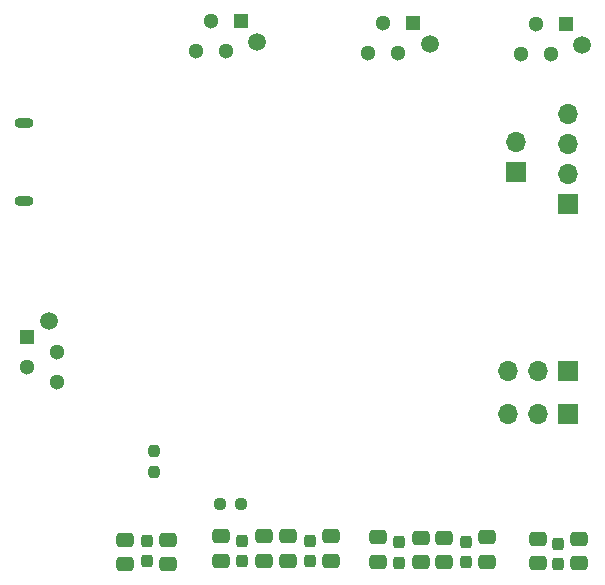
<source format=gbr>
%TF.GenerationSoftware,KiCad,Pcbnew,9.0.5-9.0.5~ubuntu24.04.1*%
%TF.CreationDate,2025-11-10T21:38:20+02:00*%
%TF.ProjectId,picr_1_9tdi,70696372-5f31-45f3-9974-64692e6b6963,1*%
%TF.SameCoordinates,Original*%
%TF.FileFunction,Soldermask,Bot*%
%TF.FilePolarity,Negative*%
%FSLAX46Y46*%
G04 Gerber Fmt 4.6, Leading zero omitted, Abs format (unit mm)*
G04 Created by KiCad (PCBNEW 9.0.5-9.0.5~ubuntu24.04.1) date 2025-11-10 21:38:20*
%MOMM*%
%LPD*%
G01*
G04 APERTURE LIST*
G04 Aperture macros list*
%AMRoundRect*
0 Rectangle with rounded corners*
0 $1 Rounding radius*
0 $2 $3 $4 $5 $6 $7 $8 $9 X,Y pos of 4 corners*
0 Add a 4 corners polygon primitive as box body*
4,1,4,$2,$3,$4,$5,$6,$7,$8,$9,$2,$3,0*
0 Add four circle primitives for the rounded corners*
1,1,$1+$1,$2,$3*
1,1,$1+$1,$4,$5*
1,1,$1+$1,$6,$7*
1,1,$1+$1,$8,$9*
0 Add four rect primitives between the rounded corners*
20,1,$1+$1,$2,$3,$4,$5,0*
20,1,$1+$1,$4,$5,$6,$7,0*
20,1,$1+$1,$6,$7,$8,$9,0*
20,1,$1+$1,$8,$9,$2,$3,0*%
G04 Aperture macros list end*
%ADD10C,1.500000*%
%ADD11R,1.300000X1.300000*%
%ADD12C,1.300000*%
%ADD13R,1.700000X1.700000*%
%ADD14O,1.700000X1.700000*%
%ADD15O,1.600000X0.900000*%
%ADD16RoundRect,0.250000X-0.475000X0.337500X-0.475000X-0.337500X0.475000X-0.337500X0.475000X0.337500X0*%
%ADD17RoundRect,0.237500X-0.237500X0.300000X-0.237500X-0.300000X0.237500X-0.300000X0.237500X0.300000X0*%
%ADD18RoundRect,0.237500X0.237500X-0.250000X0.237500X0.250000X-0.237500X0.250000X-0.237500X-0.250000X0*%
%ADD19RoundRect,0.237500X-0.250000X-0.237500X0.250000X-0.237500X0.250000X0.237500X-0.250000X0.237500X0*%
G04 APERTURE END LIST*
D10*
%TO.C,U11*%
X116775000Y-71100000D03*
D11*
X115375000Y-69300000D03*
D12*
X114105000Y-71840000D03*
X112835000Y-69300000D03*
X111565000Y-71840000D03*
%TD*%
D10*
%TO.C,U9*%
X103855000Y-70980000D03*
D11*
X102455000Y-69180000D03*
D12*
X101185000Y-71720000D03*
X99915000Y-69180000D03*
X98645000Y-71720000D03*
%TD*%
D10*
%TO.C,U15*%
X71600000Y-94410000D03*
D11*
X69800000Y-95810000D03*
D12*
X72340000Y-97080000D03*
X69800000Y-98350000D03*
X72340000Y-99620000D03*
%TD*%
D13*
%TO.C,J4*%
X115600000Y-102300000D03*
D14*
X113060000Y-102300000D03*
X110520000Y-102300000D03*
%TD*%
D15*
%TO.C,J1*%
X69500000Y-77700000D03*
X69500000Y-84300000D03*
%TD*%
D13*
%TO.C,J3*%
X115600000Y-84540000D03*
D14*
X115600000Y-82000000D03*
X115600000Y-79460000D03*
X115600000Y-76920000D03*
%TD*%
D13*
%TO.C,J6*%
X115580000Y-98700000D03*
D14*
X113040000Y-98700000D03*
X110500000Y-98700000D03*
%TD*%
D10*
%TO.C,U10*%
X89245000Y-70835000D03*
D11*
X87845000Y-69035000D03*
D12*
X86575000Y-71575000D03*
X85305000Y-69035000D03*
X84035000Y-71575000D03*
%TD*%
D13*
%TO.C,J5*%
X111200000Y-81850000D03*
D14*
X111200000Y-79310000D03*
%TD*%
D16*
%TO.C,C2*%
X89800000Y-112662500D03*
X89800000Y-114737500D03*
%TD*%
%TO.C,C15*%
X103100000Y-112762500D03*
X103100000Y-114837500D03*
%TD*%
%TO.C,C4*%
X78100000Y-112937500D03*
X78100000Y-115012500D03*
%TD*%
%TO.C,C29*%
X116500000Y-112862500D03*
X116500000Y-114937500D03*
%TD*%
%TO.C,C23*%
X105100000Y-112762500D03*
X105100000Y-114837500D03*
%TD*%
D17*
%TO.C,C20*%
X101300000Y-113162500D03*
X101300000Y-114887500D03*
%TD*%
D16*
%TO.C,C17*%
X99500000Y-112725000D03*
X99500000Y-114800000D03*
%TD*%
D17*
%TO.C,C30*%
X114737500Y-113275000D03*
X114737500Y-115000000D03*
%TD*%
D16*
%TO.C,C13*%
X95500000Y-112662500D03*
X95500000Y-114737500D03*
%TD*%
D17*
%TO.C,C9*%
X88000000Y-113062500D03*
X88000000Y-114787500D03*
%TD*%
D16*
%TO.C,C14*%
X91900000Y-112662500D03*
X91900000Y-114737500D03*
%TD*%
D17*
%TO.C,C31*%
X106900000Y-113137500D03*
X106900000Y-114862500D03*
%TD*%
D16*
%TO.C,C1*%
X86200000Y-112662500D03*
X86200000Y-114737500D03*
%TD*%
D17*
%TO.C,C19*%
X93700000Y-113062500D03*
X93700000Y-114787500D03*
%TD*%
D16*
%TO.C,C3*%
X81700000Y-112937500D03*
X81700000Y-115012500D03*
%TD*%
D17*
%TO.C,C7*%
X79900000Y-113037500D03*
X79900000Y-114762500D03*
%TD*%
D16*
%TO.C,C28*%
X113000000Y-112862500D03*
X113000000Y-114937500D03*
%TD*%
%TO.C,C26*%
X108700000Y-112737500D03*
X108700000Y-114812500D03*
%TD*%
D18*
%TO.C,R2*%
X80550000Y-107250000D03*
X80550000Y-105425000D03*
%TD*%
D19*
%TO.C,R3*%
X86100000Y-109900000D03*
X87925000Y-109900000D03*
%TD*%
M02*

</source>
